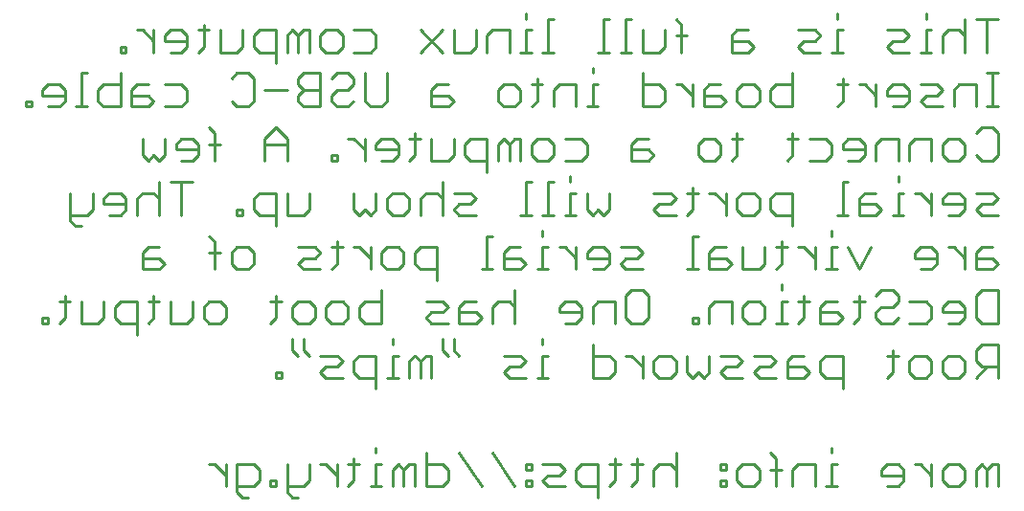
<source format=gbo>
G75*
%MOIN*%
%OFA0B0*%
%FSLAX24Y24*%
%IPPOS*%
%LPD*%
%AMOC8*
5,1,8,0,0,1.08239X$1,22.5*
%
%ADD10C,0.0100*%
D10*
X009554Y002449D02*
X009747Y002449D01*
X010134Y002063D01*
X010134Y002449D02*
X010134Y001676D01*
X010520Y001676D02*
X011101Y001676D01*
X011294Y001869D01*
X011294Y002256D01*
X011101Y002449D01*
X010520Y002449D01*
X010520Y001482D01*
X010714Y001289D01*
X010907Y001289D01*
X011681Y001676D02*
X011874Y001676D01*
X011874Y001869D01*
X011681Y001869D01*
X011681Y001676D01*
X012260Y001676D02*
X012841Y001676D01*
X013034Y001869D01*
X013034Y002449D01*
X013421Y002449D02*
X013614Y002449D01*
X014001Y002063D01*
X014001Y002449D02*
X014001Y001676D01*
X014388Y001676D02*
X014581Y001869D01*
X014581Y002643D01*
X014774Y002449D02*
X014388Y002449D01*
X015354Y002449D02*
X015354Y001676D01*
X015161Y001676D02*
X015548Y001676D01*
X015934Y001676D02*
X015934Y002256D01*
X016127Y002449D01*
X016321Y002256D01*
X016321Y001676D01*
X016708Y001676D02*
X016708Y002449D01*
X016514Y002449D01*
X016321Y002256D01*
X017094Y002449D02*
X017674Y002449D01*
X017868Y002256D01*
X017868Y001869D01*
X017674Y001676D01*
X017094Y001676D01*
X017094Y002836D01*
X018254Y002836D02*
X019028Y001676D01*
X020188Y001676D02*
X019414Y002836D01*
X020575Y002449D02*
X020575Y002256D01*
X020768Y002256D01*
X020768Y002449D01*
X020575Y002449D01*
X021154Y002449D02*
X021735Y002449D01*
X021928Y002256D01*
X021735Y002063D01*
X021348Y002063D01*
X021154Y001869D01*
X021348Y001676D01*
X021928Y001676D01*
X022314Y001869D02*
X022508Y001676D01*
X023088Y001676D01*
X023475Y001676D02*
X023668Y001869D01*
X023668Y002643D01*
X023861Y002449D02*
X023475Y002449D01*
X023088Y002449D02*
X022508Y002449D01*
X022314Y002256D01*
X022314Y001869D01*
X023088Y001289D02*
X023088Y002449D01*
X024248Y002449D02*
X024635Y002449D01*
X024441Y002643D02*
X024441Y001869D01*
X024248Y001676D01*
X025021Y001676D02*
X025021Y002256D01*
X025214Y002449D01*
X025601Y002449D01*
X025795Y002256D01*
X025795Y002836D02*
X025795Y001676D01*
X027341Y001676D02*
X027535Y001676D01*
X027535Y001869D01*
X027341Y001869D01*
X027341Y001676D01*
X027921Y001869D02*
X027921Y002256D01*
X028115Y002449D01*
X028502Y002449D01*
X028695Y002256D01*
X028695Y001869D01*
X028502Y001676D01*
X028115Y001676D01*
X027921Y001869D01*
X027535Y002256D02*
X027535Y002449D01*
X027341Y002449D01*
X027341Y002256D01*
X027535Y002256D01*
X029081Y002256D02*
X029468Y002256D01*
X029855Y002256D02*
X029855Y001676D01*
X029275Y001676D02*
X029275Y002643D01*
X029081Y002836D01*
X029855Y002256D02*
X030048Y002449D01*
X030628Y002449D01*
X030628Y001676D01*
X031015Y001676D02*
X031402Y001676D01*
X031208Y001676D02*
X031208Y002449D01*
X031402Y002449D01*
X031208Y002836D02*
X031208Y003030D01*
X032948Y002256D02*
X032948Y002063D01*
X033722Y002063D01*
X033722Y002256D02*
X033722Y001869D01*
X033528Y001676D01*
X033141Y001676D01*
X032948Y002256D02*
X033141Y002449D01*
X033528Y002449D01*
X033722Y002256D01*
X034108Y002449D02*
X034302Y002449D01*
X034689Y002063D01*
X035075Y002256D02*
X035075Y001869D01*
X035268Y001676D01*
X035655Y001676D01*
X035849Y001869D01*
X035849Y002256D01*
X035655Y002449D01*
X035268Y002449D01*
X035075Y002256D01*
X034689Y002449D02*
X034689Y001676D01*
X036235Y001676D02*
X036235Y002256D01*
X036428Y002449D01*
X036622Y002256D01*
X036622Y001676D01*
X037009Y001676D02*
X037009Y002449D01*
X036815Y002449D01*
X036622Y002256D01*
X031595Y005068D02*
X031595Y006229D01*
X031015Y006229D01*
X030821Y006036D01*
X030821Y005649D01*
X031015Y005455D01*
X031595Y005455D01*
X030435Y005649D02*
X030242Y005842D01*
X029661Y005842D01*
X029661Y006036D02*
X029661Y005455D01*
X030242Y005455D01*
X030435Y005649D01*
X030242Y006229D02*
X029855Y006229D01*
X029661Y006036D01*
X029275Y006036D02*
X029082Y006229D01*
X028501Y006229D01*
X028115Y006036D02*
X027922Y006229D01*
X027341Y006229D01*
X026955Y006229D02*
X026955Y005649D01*
X026761Y005455D01*
X026568Y005649D01*
X026375Y005455D01*
X026181Y005649D01*
X026181Y006229D01*
X025795Y006036D02*
X025795Y005649D01*
X025601Y005455D01*
X025214Y005455D01*
X025021Y005649D01*
X025021Y006036D01*
X025214Y006229D01*
X025601Y006229D01*
X025795Y006036D01*
X024635Y006229D02*
X024635Y005455D01*
X024635Y005842D02*
X024248Y006229D01*
X024054Y006229D01*
X023668Y006036D02*
X023475Y006229D01*
X022894Y006229D01*
X022894Y006616D02*
X022894Y005455D01*
X023475Y005455D01*
X023668Y005649D01*
X023668Y006036D01*
X023668Y007345D02*
X023668Y008119D01*
X023088Y008119D01*
X022894Y007925D01*
X022894Y007345D01*
X022508Y007538D02*
X022508Y007925D01*
X022315Y008119D01*
X021928Y008119D01*
X021734Y007925D01*
X021734Y007732D01*
X022508Y007732D01*
X022508Y007538D02*
X022315Y007345D01*
X021928Y007345D01*
X021155Y006809D02*
X021155Y006616D01*
X021155Y006229D02*
X021155Y005455D01*
X021348Y005455D02*
X020961Y005455D01*
X020575Y005455D02*
X019994Y005455D01*
X019801Y005649D01*
X019994Y005842D01*
X020381Y005842D01*
X020575Y006036D01*
X020381Y006229D01*
X019801Y006229D01*
X021155Y006229D02*
X021348Y006229D01*
X020188Y007345D02*
X020188Y008506D01*
X019995Y008119D02*
X019608Y008119D01*
X019414Y007925D01*
X019414Y007345D01*
X019028Y007538D02*
X018834Y007732D01*
X018254Y007732D01*
X018254Y007925D02*
X018254Y007345D01*
X018834Y007345D01*
X019028Y007538D01*
X018448Y008119D02*
X018254Y007925D01*
X018448Y008119D02*
X018834Y008119D01*
X017868Y007925D02*
X017674Y007732D01*
X017287Y007732D01*
X017094Y007538D01*
X017287Y007345D01*
X017868Y007345D01*
X018061Y006809D02*
X018061Y006422D01*
X018255Y006229D01*
X017868Y006229D02*
X017674Y006422D01*
X017674Y006809D01*
X017288Y006229D02*
X017094Y006229D01*
X016901Y006036D01*
X016707Y006229D01*
X016514Y006036D01*
X016514Y005455D01*
X016128Y005455D02*
X015741Y005455D01*
X015934Y005455D02*
X015934Y006229D01*
X016128Y006229D01*
X015934Y006616D02*
X015934Y006809D01*
X015548Y007345D02*
X014967Y007345D01*
X014774Y007538D01*
X014774Y007925D01*
X014967Y008119D01*
X015548Y008119D01*
X015548Y008506D02*
X015548Y007345D01*
X014388Y007538D02*
X014388Y007925D01*
X014194Y008119D01*
X013807Y008119D01*
X013614Y007925D01*
X013614Y007538D01*
X013807Y007345D01*
X014194Y007345D01*
X014388Y007538D01*
X013228Y007538D02*
X013034Y007345D01*
X012647Y007345D01*
X012454Y007538D01*
X012454Y007925D01*
X012647Y008119D01*
X013034Y008119D01*
X013228Y007925D01*
X013228Y007538D01*
X012841Y006809D02*
X012841Y006422D01*
X013034Y006229D01*
X013421Y006229D02*
X014001Y006229D01*
X014194Y006036D01*
X014001Y005842D01*
X013614Y005842D01*
X013421Y005649D01*
X013614Y005455D01*
X014194Y005455D01*
X014581Y005649D02*
X014774Y005455D01*
X015354Y005455D01*
X015354Y005068D02*
X015354Y006229D01*
X014774Y006229D01*
X014581Y006036D01*
X014581Y005649D01*
X012647Y006229D02*
X012454Y006422D01*
X012454Y006809D01*
X011874Y007538D02*
X011681Y007345D01*
X011874Y007538D02*
X011874Y008312D01*
X011681Y008119D02*
X012068Y008119D01*
X012841Y009235D02*
X012647Y009428D01*
X012841Y009622D01*
X013228Y009622D01*
X013421Y009815D01*
X013228Y010009D01*
X012647Y010009D01*
X011874Y010737D02*
X011874Y011898D01*
X011294Y011898D01*
X011100Y011705D01*
X011100Y011318D01*
X011294Y011124D01*
X011874Y011124D01*
X012260Y011124D02*
X012260Y011898D01*
X013034Y011898D02*
X013034Y011318D01*
X012841Y011124D01*
X012260Y011124D01*
X010714Y011124D02*
X010521Y011124D01*
X010521Y011318D01*
X010714Y011318D01*
X010714Y011124D01*
X009747Y010202D02*
X009554Y010395D01*
X009747Y010202D02*
X009747Y009235D01*
X010327Y009428D02*
X010521Y009235D01*
X010908Y009235D01*
X011101Y009428D01*
X011101Y009815D01*
X010908Y010009D01*
X010521Y010009D01*
X010327Y009815D01*
X010327Y009428D01*
X009941Y009815D02*
X009554Y009815D01*
X008008Y009428D02*
X007814Y009235D01*
X007234Y009235D01*
X007234Y009815D01*
X007427Y010009D01*
X007814Y010009D01*
X007814Y009622D02*
X007234Y009622D01*
X007814Y009622D02*
X008008Y009428D01*
X007621Y008312D02*
X007621Y007538D01*
X007427Y007345D01*
X007041Y007345D02*
X006460Y007345D01*
X006267Y007538D01*
X006267Y007925D01*
X006460Y008119D01*
X007041Y008119D01*
X007041Y006958D01*
X008200Y007345D02*
X008200Y008119D01*
X007814Y008119D02*
X007427Y008119D01*
X008200Y007345D02*
X008781Y007345D01*
X008974Y007538D01*
X008974Y008119D01*
X009360Y007925D02*
X009554Y008119D01*
X009941Y008119D01*
X010134Y007925D01*
X010134Y007538D01*
X009941Y007345D01*
X009554Y007345D01*
X009360Y007538D01*
X009360Y007925D01*
X005881Y008119D02*
X005881Y007538D01*
X005687Y007345D01*
X005107Y007345D01*
X005107Y008119D01*
X004721Y008119D02*
X004334Y008119D01*
X004527Y008312D02*
X004527Y007538D01*
X004334Y007345D01*
X003947Y007345D02*
X003947Y007538D01*
X003754Y007538D01*
X003754Y007345D01*
X003947Y007345D01*
X004914Y010737D02*
X005107Y010737D01*
X004914Y010737D02*
X004720Y010931D01*
X004720Y011898D01*
X005494Y011898D02*
X005494Y011318D01*
X005301Y011124D01*
X004720Y011124D01*
X005880Y011511D02*
X006654Y011511D01*
X006654Y011318D02*
X006654Y011705D01*
X006461Y011898D01*
X006074Y011898D01*
X005880Y011705D01*
X005880Y011511D01*
X006074Y011124D02*
X006461Y011124D01*
X006654Y011318D01*
X007040Y011124D02*
X007040Y011705D01*
X007234Y011898D01*
X007621Y011898D01*
X007814Y011705D01*
X007814Y012285D02*
X007814Y011124D01*
X008587Y011124D02*
X008587Y012285D01*
X008974Y012285D02*
X008200Y012285D01*
X007814Y013014D02*
X007621Y013208D01*
X007427Y013014D01*
X007234Y013208D01*
X007234Y013788D01*
X008008Y013788D02*
X008008Y013208D01*
X007814Y013014D01*
X008394Y013401D02*
X009168Y013401D01*
X009168Y013208D02*
X009168Y013595D01*
X008974Y013788D01*
X008587Y013788D01*
X008394Y013595D01*
X008394Y013401D01*
X008587Y013014D02*
X008974Y013014D01*
X009168Y013208D01*
X009747Y013014D02*
X009747Y013982D01*
X009554Y014175D01*
X009554Y013595D02*
X009941Y013595D01*
X011487Y013595D02*
X012261Y013595D01*
X012261Y013788D02*
X011874Y014175D01*
X011487Y013788D01*
X011487Y013014D01*
X012261Y013014D02*
X012261Y013788D01*
X013808Y013208D02*
X013808Y013014D01*
X014001Y013014D01*
X014001Y013208D01*
X013808Y013208D01*
X014387Y013788D02*
X014581Y013788D01*
X014968Y013401D01*
X015354Y013401D02*
X015354Y013595D01*
X015547Y013788D01*
X015934Y013788D01*
X016128Y013595D01*
X016128Y013208D01*
X015934Y013014D01*
X015547Y013014D01*
X014968Y013014D02*
X014968Y013788D01*
X015354Y013401D02*
X016128Y013401D01*
X016514Y013014D02*
X016708Y013208D01*
X016708Y013982D01*
X016901Y013788D02*
X016514Y013788D01*
X017287Y013788D02*
X017287Y013014D01*
X017868Y013014D01*
X018061Y013208D01*
X018061Y013788D01*
X018447Y013595D02*
X018447Y013208D01*
X018641Y013014D01*
X019221Y013014D01*
X019607Y013014D02*
X019607Y013595D01*
X019801Y013788D01*
X019994Y013595D01*
X019994Y013014D01*
X020381Y013014D02*
X020381Y013788D01*
X020188Y013788D01*
X019994Y013595D01*
X020767Y013595D02*
X020767Y013208D01*
X020961Y013014D01*
X021348Y013014D01*
X021541Y013208D01*
X021541Y013595D01*
X021348Y013788D01*
X020961Y013788D01*
X020767Y013595D01*
X021928Y013788D02*
X022508Y013788D01*
X022701Y013595D01*
X022701Y013208D01*
X022508Y013014D01*
X021928Y013014D01*
X022121Y012479D02*
X022121Y012285D01*
X021541Y012285D02*
X021348Y012285D01*
X021348Y011124D01*
X021541Y011124D02*
X021154Y011124D01*
X020768Y011124D02*
X020381Y011124D01*
X020575Y011124D02*
X020575Y012285D01*
X020768Y012285D01*
X022121Y011898D02*
X022121Y011124D01*
X021928Y011124D02*
X022315Y011124D01*
X022701Y011318D02*
X022701Y011898D01*
X022315Y011898D02*
X022121Y011898D01*
X022701Y011318D02*
X022894Y011124D01*
X023088Y011318D01*
X023281Y011124D01*
X023475Y011318D01*
X023475Y011898D01*
X025021Y011898D02*
X025601Y011898D01*
X025795Y011705D01*
X025601Y011511D01*
X025214Y011511D01*
X025021Y011318D01*
X025214Y011124D01*
X025795Y011124D01*
X026181Y011124D02*
X026375Y011318D01*
X026375Y012092D01*
X026568Y011898D02*
X026181Y011898D01*
X026955Y011898D02*
X027148Y011898D01*
X027535Y011511D01*
X027535Y011124D02*
X027535Y011898D01*
X027921Y011705D02*
X028115Y011898D01*
X028502Y011898D01*
X028695Y011705D01*
X028695Y011318D01*
X028502Y011124D01*
X028115Y011124D01*
X027921Y011318D01*
X027921Y011705D01*
X029081Y011705D02*
X029081Y011318D01*
X029275Y011124D01*
X029855Y011124D01*
X029855Y010737D02*
X029855Y011898D01*
X029275Y011898D01*
X029081Y011705D01*
X029661Y013014D02*
X029855Y013208D01*
X029855Y013982D01*
X030048Y013788D02*
X029661Y013788D01*
X030435Y013788D02*
X031015Y013788D01*
X031208Y013595D01*
X031208Y013208D01*
X031015Y013014D01*
X030435Y013014D01*
X031595Y013401D02*
X031595Y013595D01*
X031788Y013788D01*
X032175Y013788D01*
X032368Y013595D01*
X032368Y013208D01*
X032175Y013014D01*
X031788Y013014D01*
X031595Y013401D02*
X032368Y013401D01*
X032755Y013595D02*
X032755Y013014D01*
X033529Y013014D02*
X033529Y013788D01*
X032948Y013788D01*
X032755Y013595D01*
X033915Y013595D02*
X033915Y013014D01*
X033528Y012479D02*
X033528Y012285D01*
X033528Y011898D02*
X033528Y011124D01*
X033335Y011124D02*
X033722Y011124D01*
X032949Y011318D02*
X032755Y011511D01*
X032175Y011511D01*
X032175Y011705D02*
X032175Y011124D01*
X032755Y011124D01*
X032949Y011318D01*
X032755Y011898D02*
X032368Y011898D01*
X032175Y011705D01*
X031788Y011124D02*
X031402Y011124D01*
X031595Y011124D02*
X031595Y012285D01*
X031788Y012285D01*
X033528Y011898D02*
X033722Y011898D01*
X034108Y011898D02*
X034302Y011898D01*
X034689Y011511D01*
X035075Y011511D02*
X035075Y011705D01*
X035268Y011898D01*
X035655Y011898D01*
X035849Y011705D01*
X035849Y011318D01*
X035655Y011124D01*
X035268Y011124D01*
X035075Y011511D02*
X035849Y011511D01*
X036235Y011318D02*
X036428Y011511D01*
X036815Y011511D01*
X037009Y011705D01*
X036815Y011898D01*
X036235Y011898D01*
X036235Y011318D02*
X036428Y011124D01*
X037009Y011124D01*
X036815Y010009D02*
X036428Y010009D01*
X036235Y009815D01*
X036235Y009235D01*
X036815Y009235D01*
X037009Y009428D01*
X036815Y009622D01*
X036235Y009622D01*
X035849Y009622D02*
X035462Y010009D01*
X035268Y010009D01*
X034882Y009815D02*
X034688Y010009D01*
X034301Y010009D01*
X034108Y009815D01*
X034108Y009622D01*
X034882Y009622D01*
X034882Y009815D02*
X034882Y009428D01*
X034688Y009235D01*
X034301Y009235D01*
X033529Y008312D02*
X033335Y008506D01*
X032948Y008506D01*
X032755Y008312D01*
X032368Y008119D02*
X031982Y008119D01*
X032175Y008312D02*
X032175Y007538D01*
X031982Y007345D01*
X031595Y007538D02*
X031402Y007732D01*
X030821Y007732D01*
X030821Y007925D02*
X030821Y007345D01*
X031402Y007345D01*
X031595Y007538D01*
X031015Y008119D02*
X030821Y007925D01*
X031015Y008119D02*
X031402Y008119D01*
X030435Y008119D02*
X030048Y008119D01*
X030242Y008312D02*
X030242Y007538D01*
X030048Y007345D01*
X029662Y007345D02*
X029275Y007345D01*
X029468Y007345D02*
X029468Y008119D01*
X029662Y008119D01*
X029468Y008506D02*
X029468Y008699D01*
X029275Y009235D02*
X029468Y009428D01*
X029468Y010202D01*
X029275Y010009D02*
X029662Y010009D01*
X030048Y010009D02*
X030241Y010009D01*
X030628Y009622D01*
X030628Y009235D02*
X030628Y010009D01*
X031208Y010009D02*
X031208Y009235D01*
X031015Y009235D02*
X031402Y009235D01*
X032175Y009235D02*
X031788Y010009D01*
X031402Y010009D02*
X031208Y010009D01*
X031208Y010395D02*
X031208Y010589D01*
X032562Y010009D02*
X032175Y009235D01*
X033529Y008312D02*
X033529Y008119D01*
X033335Y007925D01*
X032948Y007925D01*
X032755Y007732D01*
X032755Y007538D01*
X032948Y007345D01*
X033335Y007345D01*
X033529Y007538D01*
X033915Y007345D02*
X034495Y007345D01*
X034689Y007538D01*
X034689Y007925D01*
X034495Y008119D01*
X033915Y008119D01*
X035075Y007925D02*
X035075Y007732D01*
X035849Y007732D01*
X035849Y007925D02*
X035849Y007538D01*
X035655Y007345D01*
X035268Y007345D01*
X036235Y007538D02*
X036235Y008312D01*
X036428Y008506D01*
X037009Y008506D01*
X037009Y007345D01*
X036428Y007345D01*
X036235Y007538D01*
X035849Y007925D02*
X035655Y008119D01*
X035268Y008119D01*
X035075Y007925D01*
X035849Y009235D02*
X035849Y010009D01*
X034689Y011124D02*
X034689Y011898D01*
X034689Y013014D02*
X034689Y013788D01*
X034108Y013788D01*
X033915Y013595D01*
X035075Y013595D02*
X035075Y013208D01*
X035268Y013014D01*
X035655Y013014D01*
X035849Y013208D01*
X035849Y013595D01*
X035655Y013788D01*
X035268Y013788D01*
X035075Y013595D01*
X036235Y013982D02*
X036428Y014175D01*
X036815Y014175D01*
X037009Y013982D01*
X037009Y013208D01*
X036815Y013014D01*
X036428Y013014D01*
X036235Y013208D01*
X036235Y014904D02*
X036235Y015678D01*
X035655Y015678D01*
X035461Y015484D01*
X035461Y014904D01*
X035075Y014904D02*
X034495Y014904D01*
X034301Y015097D01*
X034495Y015291D01*
X034882Y015291D01*
X035075Y015484D01*
X034882Y015678D01*
X034301Y015678D01*
X033915Y015484D02*
X033722Y015678D01*
X033335Y015678D01*
X033141Y015484D01*
X033141Y015291D01*
X033915Y015291D01*
X033915Y015484D02*
X033915Y015097D01*
X033722Y014904D01*
X033335Y014904D01*
X032755Y014904D02*
X032755Y015678D01*
X032368Y015678D02*
X032175Y015678D01*
X032368Y015678D02*
X032755Y015291D01*
X031788Y015678D02*
X031402Y015678D01*
X031595Y015871D02*
X031595Y015097D01*
X031402Y014904D01*
X029855Y014904D02*
X029275Y014904D01*
X029081Y015097D01*
X029081Y015484D01*
X029275Y015678D01*
X029855Y015678D01*
X029855Y016065D02*
X029855Y014904D01*
X028695Y015097D02*
X028695Y015484D01*
X028502Y015678D01*
X028115Y015678D01*
X027921Y015484D01*
X027921Y015097D01*
X028115Y014904D01*
X028502Y014904D01*
X028695Y015097D01*
X027535Y015097D02*
X027341Y014904D01*
X026761Y014904D01*
X026761Y015484D01*
X026955Y015678D01*
X027341Y015678D01*
X027341Y015291D02*
X026761Y015291D01*
X026375Y015291D02*
X025988Y015678D01*
X025794Y015678D01*
X025408Y015484D02*
X025215Y015678D01*
X024634Y015678D01*
X024634Y016065D02*
X024634Y014904D01*
X025215Y014904D01*
X025408Y015097D01*
X025408Y015484D01*
X026375Y015678D02*
X026375Y014904D01*
X027341Y015291D02*
X027535Y015097D01*
X027922Y013982D02*
X027922Y013208D01*
X027728Y013014D01*
X027342Y013208D02*
X027148Y013014D01*
X026761Y013014D01*
X026568Y013208D01*
X026568Y013595D01*
X026761Y013788D01*
X027148Y013788D01*
X027342Y013595D01*
X027342Y013208D01*
X027728Y013788D02*
X028115Y013788D01*
X025022Y013208D02*
X024828Y013401D01*
X024248Y013401D01*
X024248Y013595D02*
X024248Y013014D01*
X024828Y013014D01*
X025022Y013208D01*
X024441Y013788D02*
X024248Y013595D01*
X024441Y013788D02*
X024828Y013788D01*
X023088Y014904D02*
X022701Y014904D01*
X022895Y014904D02*
X022895Y015678D01*
X023088Y015678D01*
X022895Y016065D02*
X022895Y016258D01*
X022315Y015678D02*
X021734Y015678D01*
X021541Y015484D01*
X021541Y014904D01*
X020961Y015097D02*
X020768Y014904D01*
X020961Y015097D02*
X020961Y015871D01*
X020768Y015678D02*
X021155Y015678D01*
X020381Y015484D02*
X020381Y015097D01*
X020188Y014904D01*
X019801Y014904D01*
X019607Y015097D01*
X019607Y015484D01*
X019801Y015678D01*
X020188Y015678D01*
X020381Y015484D01*
X022315Y015678D02*
X022315Y014904D01*
X019221Y013788D02*
X018641Y013788D01*
X018447Y013595D01*
X019221Y013788D02*
X019221Y012627D01*
X018641Y011898D02*
X018061Y011898D01*
X017675Y011705D02*
X017481Y011898D01*
X017094Y011898D01*
X016901Y011705D01*
X016901Y011124D01*
X016515Y011318D02*
X016321Y011124D01*
X015934Y011124D01*
X015741Y011318D01*
X015741Y011705D01*
X015934Y011898D01*
X016321Y011898D01*
X016515Y011705D01*
X016515Y011318D01*
X015354Y011318D02*
X015161Y011124D01*
X014968Y011318D01*
X014774Y011124D01*
X014581Y011318D01*
X014581Y011898D01*
X015354Y011898D02*
X015354Y011318D01*
X015161Y010009D02*
X015161Y009235D01*
X015547Y009428D02*
X015547Y009815D01*
X015741Y010009D01*
X016128Y010009D01*
X016321Y009815D01*
X016321Y009428D01*
X016128Y009235D01*
X015741Y009235D01*
X015547Y009428D01*
X015161Y009622D02*
X014774Y010009D01*
X014581Y010009D01*
X014194Y010009D02*
X013807Y010009D01*
X014001Y010202D02*
X014001Y009428D01*
X013807Y009235D01*
X013421Y009235D02*
X012841Y009235D01*
X016707Y009428D02*
X016901Y009235D01*
X017481Y009235D01*
X017481Y008848D02*
X017481Y010009D01*
X016901Y010009D01*
X016707Y009815D01*
X016707Y009428D01*
X017094Y008119D02*
X017674Y008119D01*
X017868Y007925D01*
X019028Y009235D02*
X019415Y009235D01*
X019221Y009235D02*
X019221Y010395D01*
X019415Y010395D01*
X019994Y010009D02*
X019801Y009815D01*
X019801Y009235D01*
X020381Y009235D01*
X020575Y009428D01*
X020381Y009622D01*
X019801Y009622D01*
X019994Y010009D02*
X020381Y010009D01*
X021155Y010009D02*
X021155Y009235D01*
X021348Y009235D02*
X020961Y009235D01*
X021155Y010009D02*
X021348Y010009D01*
X021734Y010009D02*
X021928Y010009D01*
X022315Y009622D01*
X022701Y009622D02*
X022701Y009815D01*
X022894Y010009D01*
X023281Y010009D01*
X023475Y009815D01*
X023475Y009428D01*
X023281Y009235D01*
X022894Y009235D01*
X022315Y009235D02*
X022315Y010009D01*
X022701Y009622D02*
X023475Y009622D01*
X023861Y009428D02*
X024054Y009622D01*
X024441Y009622D01*
X024635Y009815D01*
X024441Y010009D01*
X023861Y010009D01*
X023861Y009428D02*
X024054Y009235D01*
X024635Y009235D01*
X024635Y008506D02*
X024248Y008506D01*
X024054Y008312D01*
X024054Y007538D01*
X024248Y007345D01*
X024635Y007345D01*
X024828Y007538D01*
X024828Y008312D01*
X024635Y008506D01*
X026181Y009235D02*
X026568Y009235D01*
X026375Y009235D02*
X026375Y010395D01*
X026568Y010395D01*
X027148Y010009D02*
X026954Y009815D01*
X026954Y009235D01*
X027535Y009235D01*
X027728Y009428D01*
X027535Y009622D01*
X026954Y009622D01*
X027148Y010009D02*
X027535Y010009D01*
X028114Y010009D02*
X028114Y009235D01*
X028695Y009235D01*
X028888Y009428D01*
X028888Y010009D01*
X028695Y008119D02*
X028308Y008119D01*
X028114Y007925D01*
X028114Y007538D01*
X028308Y007345D01*
X028695Y007345D01*
X028888Y007538D01*
X028888Y007925D01*
X028695Y008119D01*
X027728Y008119D02*
X027148Y008119D01*
X026954Y007925D01*
X026954Y007345D01*
X026568Y007345D02*
X026568Y007538D01*
X026375Y007538D01*
X026375Y007345D01*
X026568Y007345D01*
X027728Y007345D02*
X027728Y008119D01*
X028115Y006036D02*
X027922Y005842D01*
X027535Y005842D01*
X027341Y005649D01*
X027535Y005455D01*
X028115Y005455D01*
X028501Y005649D02*
X028695Y005842D01*
X029082Y005842D01*
X029275Y006036D01*
X029275Y005455D02*
X028695Y005455D01*
X028501Y005649D01*
X033142Y005455D02*
X033335Y005649D01*
X033335Y006422D01*
X033142Y006229D02*
X033529Y006229D01*
X033915Y006036D02*
X034108Y006229D01*
X034495Y006229D01*
X034689Y006036D01*
X034689Y005649D01*
X034495Y005455D01*
X034108Y005455D01*
X033915Y005649D01*
X033915Y006036D01*
X035075Y006036D02*
X035075Y005649D01*
X035268Y005455D01*
X035655Y005455D01*
X035849Y005649D01*
X035849Y006036D01*
X035655Y006229D01*
X035268Y006229D01*
X035075Y006036D01*
X036235Y006036D02*
X036428Y005842D01*
X037009Y005842D01*
X037009Y005455D02*
X037009Y006616D01*
X036428Y006616D01*
X036235Y006422D01*
X036235Y006036D01*
X036622Y005842D02*
X036235Y005455D01*
X021155Y010395D02*
X021155Y010589D01*
X018835Y011124D02*
X018254Y011124D01*
X018061Y011318D01*
X018254Y011511D01*
X018641Y011511D01*
X018835Y011705D01*
X018641Y011898D01*
X017675Y012285D02*
X017675Y011124D01*
X019995Y008119D02*
X020188Y007925D01*
X017288Y006229D02*
X017288Y005455D01*
X016901Y005455D02*
X016901Y006036D01*
X012068Y005649D02*
X012068Y005455D01*
X011874Y005455D01*
X011874Y005649D01*
X012068Y005649D01*
X015354Y003030D02*
X015354Y002836D01*
X015354Y002449D02*
X015548Y002449D01*
X012647Y001289D02*
X012454Y001289D01*
X012260Y001482D01*
X012260Y002449D01*
X020575Y001869D02*
X020575Y001676D01*
X020768Y001676D01*
X020768Y001869D01*
X020575Y001869D01*
X017868Y014904D02*
X017287Y014904D01*
X017287Y015484D01*
X017481Y015678D01*
X017868Y015678D01*
X017868Y015291D02*
X017287Y015291D01*
X017868Y015291D02*
X018061Y015097D01*
X017868Y014904D01*
X015741Y015097D02*
X015741Y016065D01*
X014967Y016065D02*
X014967Y015097D01*
X015161Y014904D01*
X015548Y014904D01*
X015741Y015097D01*
X014581Y015097D02*
X014388Y014904D01*
X014001Y014904D01*
X013807Y015097D01*
X013807Y015291D01*
X014001Y015484D01*
X014388Y015484D01*
X014581Y015678D01*
X014581Y015871D01*
X014388Y016065D01*
X014001Y016065D01*
X013807Y015871D01*
X013421Y016065D02*
X012841Y016065D01*
X012647Y015871D01*
X012647Y015678D01*
X012841Y015484D01*
X013421Y015484D01*
X013421Y014904D02*
X013421Y016065D01*
X012841Y015484D02*
X012647Y015291D01*
X012647Y015097D01*
X012841Y014904D01*
X013421Y014904D01*
X012261Y015484D02*
X011487Y015484D01*
X011101Y015097D02*
X010908Y014904D01*
X010521Y014904D01*
X010327Y015097D01*
X011101Y015097D02*
X011101Y015871D01*
X010908Y016065D01*
X010521Y016065D01*
X010327Y015871D01*
X010521Y016794D02*
X009940Y016794D01*
X009940Y017568D01*
X009554Y017568D02*
X009167Y017568D01*
X009361Y017761D02*
X009361Y016987D01*
X009167Y016794D01*
X008781Y016987D02*
X008781Y017374D01*
X008587Y017568D01*
X008200Y017568D01*
X008007Y017374D01*
X008007Y017181D01*
X008781Y017181D01*
X008781Y016987D02*
X008587Y016794D01*
X008200Y016794D01*
X007621Y016794D02*
X007621Y017568D01*
X007621Y017181D02*
X007234Y017568D01*
X007040Y017568D01*
X006654Y016987D02*
X006461Y016987D01*
X006461Y016794D01*
X006654Y016794D01*
X006654Y016987D01*
X006461Y016065D02*
X006461Y014904D01*
X005880Y014904D01*
X005687Y015097D01*
X005687Y015484D01*
X005880Y015678D01*
X006461Y015678D01*
X006847Y015484D02*
X006847Y014904D01*
X007427Y014904D01*
X007621Y015097D01*
X007427Y015291D01*
X006847Y015291D01*
X006847Y015484D02*
X007040Y015678D01*
X007427Y015678D01*
X008007Y015678D02*
X008587Y015678D01*
X008781Y015484D01*
X008781Y015097D01*
X008587Y014904D01*
X008007Y014904D01*
X005301Y014904D02*
X004914Y014904D01*
X005107Y014904D02*
X005107Y016065D01*
X005301Y016065D01*
X004527Y015484D02*
X004334Y015678D01*
X003947Y015678D01*
X003753Y015484D01*
X003753Y015291D01*
X004527Y015291D01*
X004527Y015484D02*
X004527Y015097D01*
X004334Y014904D01*
X003947Y014904D01*
X003367Y014904D02*
X003174Y014904D01*
X003174Y015097D01*
X003367Y015097D01*
X003367Y014904D01*
X010521Y016794D02*
X010714Y016987D01*
X010714Y017568D01*
X011100Y017374D02*
X011100Y016987D01*
X011294Y016794D01*
X011874Y016794D01*
X012260Y016794D02*
X012260Y017374D01*
X012454Y017568D01*
X012647Y017374D01*
X012647Y016794D01*
X013034Y016794D02*
X013034Y017568D01*
X012841Y017568D01*
X012647Y017374D01*
X013421Y017374D02*
X013421Y016987D01*
X013614Y016794D01*
X014001Y016794D01*
X014194Y016987D01*
X014194Y017374D01*
X014001Y017568D01*
X013614Y017568D01*
X013421Y017374D01*
X014581Y017568D02*
X015161Y017568D01*
X015354Y017374D01*
X015354Y016987D01*
X015161Y016794D01*
X014581Y016794D01*
X016901Y016794D02*
X017675Y017568D01*
X018061Y017568D02*
X018061Y016794D01*
X018641Y016794D01*
X018835Y016987D01*
X018835Y017568D01*
X019221Y017374D02*
X019221Y016794D01*
X019221Y017374D02*
X019414Y017568D01*
X019995Y017568D01*
X019995Y016794D01*
X020381Y016794D02*
X020768Y016794D01*
X020575Y016794D02*
X020575Y017568D01*
X020768Y017568D01*
X020575Y017955D02*
X020575Y018148D01*
X021348Y017955D02*
X021348Y016794D01*
X021541Y016794D02*
X021154Y016794D01*
X021348Y017955D02*
X021541Y017955D01*
X023281Y017955D02*
X023281Y016794D01*
X023088Y016794D02*
X023475Y016794D01*
X023861Y016794D02*
X024248Y016794D01*
X024055Y016794D02*
X024055Y017955D01*
X024248Y017955D01*
X024634Y017568D02*
X024634Y016794D01*
X025215Y016794D01*
X025408Y016987D01*
X025408Y017568D01*
X025795Y017374D02*
X026182Y017374D01*
X025988Y017761D02*
X025988Y016794D01*
X025988Y017761D02*
X025795Y017955D01*
X027728Y017374D02*
X027728Y016794D01*
X028308Y016794D01*
X028502Y016987D01*
X028308Y017181D01*
X027728Y017181D01*
X027728Y017374D02*
X027921Y017568D01*
X028308Y017568D01*
X030048Y017568D02*
X030628Y017568D01*
X030822Y017374D01*
X030628Y017181D01*
X030241Y017181D01*
X030048Y016987D01*
X030241Y016794D01*
X030822Y016794D01*
X031208Y016794D02*
X031595Y016794D01*
X031402Y016794D02*
X031402Y017568D01*
X031595Y017568D01*
X031402Y017955D02*
X031402Y018148D01*
X033141Y017568D02*
X033722Y017568D01*
X033915Y017374D01*
X033722Y017181D01*
X033335Y017181D01*
X033141Y016987D01*
X033335Y016794D01*
X033915Y016794D01*
X034302Y016794D02*
X034689Y016794D01*
X034495Y016794D02*
X034495Y017568D01*
X034689Y017568D01*
X035075Y017374D02*
X035075Y016794D01*
X035075Y017374D02*
X035268Y017568D01*
X035655Y017568D01*
X035849Y017374D01*
X035849Y016794D02*
X035849Y017955D01*
X036235Y017955D02*
X037009Y017955D01*
X036622Y017955D02*
X036622Y016794D01*
X036622Y016065D02*
X037009Y016065D01*
X036815Y016065D02*
X036815Y014904D01*
X036622Y014904D02*
X037009Y014904D01*
X034495Y017955D02*
X034495Y018148D01*
X023475Y017955D02*
X023281Y017955D01*
X017675Y016794D02*
X016901Y017568D01*
X011874Y017568D02*
X011874Y016407D01*
X011100Y017374D02*
X011294Y017568D01*
X011874Y017568D01*
M02*

</source>
